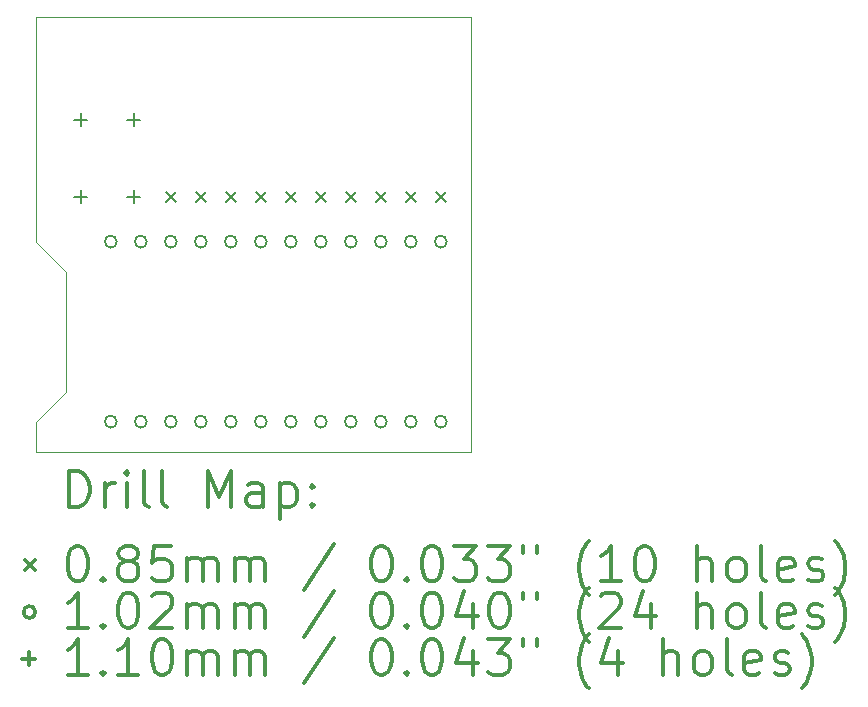
<source format=gbr>
%FSLAX45Y45*%
G04 Gerber Fmt 4.5, Leading zero omitted, Abs format (unit mm)*
G04 Created by KiCad (PCBNEW 5.1.5+dfsg1-2build2) date 2021-01-23 00:34:51*
%MOMM*%
%LPD*%
G04 APERTURE LIST*
%TA.AperFunction,Profile*%
%ADD10C,0.050000*%
%TD*%
%ADD11C,0.200000*%
%ADD12C,0.300000*%
G04 APERTURE END LIST*
D10*
X14097000Y-10033000D02*
X14097000Y-11938000D01*
X17780000Y-10033000D02*
X14097000Y-10033000D01*
X17780000Y-13716000D02*
X17780000Y-10033000D01*
X14097000Y-13716000D02*
X17780000Y-13716000D01*
X14097000Y-13462000D02*
X14097000Y-13716000D01*
X14351000Y-13208000D02*
X14097000Y-13462000D01*
X14351000Y-12192000D02*
X14351000Y-13208000D01*
X14097000Y-11938000D02*
X14351000Y-12192000D01*
D11*
X15197500Y-11514500D02*
X15282500Y-11599500D01*
X15282500Y-11514500D02*
X15197500Y-11599500D01*
X15451500Y-11514500D02*
X15536500Y-11599500D01*
X15536500Y-11514500D02*
X15451500Y-11599500D01*
X15705500Y-11514500D02*
X15790500Y-11599500D01*
X15790500Y-11514500D02*
X15705500Y-11599500D01*
X15959500Y-11514500D02*
X16044500Y-11599500D01*
X16044500Y-11514500D02*
X15959500Y-11599500D01*
X16213500Y-11514500D02*
X16298500Y-11599500D01*
X16298500Y-11514500D02*
X16213500Y-11599500D01*
X16467500Y-11514500D02*
X16552500Y-11599500D01*
X16552500Y-11514500D02*
X16467500Y-11599500D01*
X16721500Y-11514500D02*
X16806500Y-11599500D01*
X16806500Y-11514500D02*
X16721500Y-11599500D01*
X16975500Y-11514500D02*
X17060500Y-11599500D01*
X17060500Y-11514500D02*
X16975500Y-11599500D01*
X17229500Y-11514500D02*
X17314500Y-11599500D01*
X17314500Y-11514500D02*
X17229500Y-11599500D01*
X17483500Y-11514500D02*
X17568500Y-11599500D01*
X17568500Y-11514500D02*
X17483500Y-11599500D01*
X14782800Y-11938000D02*
G75*
G03X14782800Y-11938000I-50800J0D01*
G01*
X14782800Y-13462000D02*
G75*
G03X14782800Y-13462000I-50800J0D01*
G01*
X15036800Y-11938000D02*
G75*
G03X15036800Y-11938000I-50800J0D01*
G01*
X15036800Y-13462000D02*
G75*
G03X15036800Y-13462000I-50800J0D01*
G01*
X15290800Y-11938000D02*
G75*
G03X15290800Y-11938000I-50800J0D01*
G01*
X15290800Y-13462000D02*
G75*
G03X15290800Y-13462000I-50800J0D01*
G01*
X15544800Y-11938000D02*
G75*
G03X15544800Y-11938000I-50800J0D01*
G01*
X15544800Y-13462000D02*
G75*
G03X15544800Y-13462000I-50800J0D01*
G01*
X15798800Y-11938000D02*
G75*
G03X15798800Y-11938000I-50800J0D01*
G01*
X15798800Y-13462000D02*
G75*
G03X15798800Y-13462000I-50800J0D01*
G01*
X16052800Y-11938000D02*
G75*
G03X16052800Y-11938000I-50800J0D01*
G01*
X16052800Y-13462000D02*
G75*
G03X16052800Y-13462000I-50800J0D01*
G01*
X16306800Y-11938000D02*
G75*
G03X16306800Y-11938000I-50800J0D01*
G01*
X16306800Y-13462000D02*
G75*
G03X16306800Y-13462000I-50800J0D01*
G01*
X16560800Y-11938000D02*
G75*
G03X16560800Y-11938000I-50800J0D01*
G01*
X16560800Y-13462000D02*
G75*
G03X16560800Y-13462000I-50800J0D01*
G01*
X16814800Y-11938000D02*
G75*
G03X16814800Y-11938000I-50800J0D01*
G01*
X16814800Y-13462000D02*
G75*
G03X16814800Y-13462000I-50800J0D01*
G01*
X17068800Y-11938000D02*
G75*
G03X17068800Y-11938000I-50800J0D01*
G01*
X17068800Y-13462000D02*
G75*
G03X17068800Y-13462000I-50800J0D01*
G01*
X17322800Y-11938000D02*
G75*
G03X17322800Y-11938000I-50800J0D01*
G01*
X17322800Y-13462000D02*
G75*
G03X17322800Y-13462000I-50800J0D01*
G01*
X17576800Y-11938000D02*
G75*
G03X17576800Y-11938000I-50800J0D01*
G01*
X17576800Y-13462000D02*
G75*
G03X17576800Y-13462000I-50800J0D01*
G01*
X14478000Y-10852000D02*
X14478000Y-10962000D01*
X14423000Y-10907000D02*
X14533000Y-10907000D01*
X14478000Y-11502000D02*
X14478000Y-11612000D01*
X14423000Y-11557000D02*
X14533000Y-11557000D01*
X14928000Y-10852000D02*
X14928000Y-10962000D01*
X14873000Y-10907000D02*
X14983000Y-10907000D01*
X14928000Y-11502000D02*
X14928000Y-11612000D01*
X14873000Y-11557000D02*
X14983000Y-11557000D01*
D12*
X14380928Y-14184214D02*
X14380928Y-13884214D01*
X14452357Y-13884214D01*
X14495214Y-13898500D01*
X14523786Y-13927071D01*
X14538071Y-13955643D01*
X14552357Y-14012786D01*
X14552357Y-14055643D01*
X14538071Y-14112786D01*
X14523786Y-14141357D01*
X14495214Y-14169929D01*
X14452357Y-14184214D01*
X14380928Y-14184214D01*
X14680928Y-14184214D02*
X14680928Y-13984214D01*
X14680928Y-14041357D02*
X14695214Y-14012786D01*
X14709500Y-13998500D01*
X14738071Y-13984214D01*
X14766643Y-13984214D01*
X14866643Y-14184214D02*
X14866643Y-13984214D01*
X14866643Y-13884214D02*
X14852357Y-13898500D01*
X14866643Y-13912786D01*
X14880928Y-13898500D01*
X14866643Y-13884214D01*
X14866643Y-13912786D01*
X15052357Y-14184214D02*
X15023786Y-14169929D01*
X15009500Y-14141357D01*
X15009500Y-13884214D01*
X15209500Y-14184214D02*
X15180928Y-14169929D01*
X15166643Y-14141357D01*
X15166643Y-13884214D01*
X15552357Y-14184214D02*
X15552357Y-13884214D01*
X15652357Y-14098500D01*
X15752357Y-13884214D01*
X15752357Y-14184214D01*
X16023786Y-14184214D02*
X16023786Y-14027071D01*
X16009500Y-13998500D01*
X15980928Y-13984214D01*
X15923786Y-13984214D01*
X15895214Y-13998500D01*
X16023786Y-14169929D02*
X15995214Y-14184214D01*
X15923786Y-14184214D01*
X15895214Y-14169929D01*
X15880928Y-14141357D01*
X15880928Y-14112786D01*
X15895214Y-14084214D01*
X15923786Y-14069929D01*
X15995214Y-14069929D01*
X16023786Y-14055643D01*
X16166643Y-13984214D02*
X16166643Y-14284214D01*
X16166643Y-13998500D02*
X16195214Y-13984214D01*
X16252357Y-13984214D01*
X16280928Y-13998500D01*
X16295214Y-14012786D01*
X16309500Y-14041357D01*
X16309500Y-14127071D01*
X16295214Y-14155643D01*
X16280928Y-14169929D01*
X16252357Y-14184214D01*
X16195214Y-14184214D01*
X16166643Y-14169929D01*
X16438071Y-14155643D02*
X16452357Y-14169929D01*
X16438071Y-14184214D01*
X16423786Y-14169929D01*
X16438071Y-14155643D01*
X16438071Y-14184214D01*
X16438071Y-13998500D02*
X16452357Y-14012786D01*
X16438071Y-14027071D01*
X16423786Y-14012786D01*
X16438071Y-13998500D01*
X16438071Y-14027071D01*
X14009500Y-14636000D02*
X14094500Y-14721000D01*
X14094500Y-14636000D02*
X14009500Y-14721000D01*
X14438071Y-14514214D02*
X14466643Y-14514214D01*
X14495214Y-14528500D01*
X14509500Y-14542786D01*
X14523786Y-14571357D01*
X14538071Y-14628500D01*
X14538071Y-14699929D01*
X14523786Y-14757071D01*
X14509500Y-14785643D01*
X14495214Y-14799929D01*
X14466643Y-14814214D01*
X14438071Y-14814214D01*
X14409500Y-14799929D01*
X14395214Y-14785643D01*
X14380928Y-14757071D01*
X14366643Y-14699929D01*
X14366643Y-14628500D01*
X14380928Y-14571357D01*
X14395214Y-14542786D01*
X14409500Y-14528500D01*
X14438071Y-14514214D01*
X14666643Y-14785643D02*
X14680928Y-14799929D01*
X14666643Y-14814214D01*
X14652357Y-14799929D01*
X14666643Y-14785643D01*
X14666643Y-14814214D01*
X14852357Y-14642786D02*
X14823786Y-14628500D01*
X14809500Y-14614214D01*
X14795214Y-14585643D01*
X14795214Y-14571357D01*
X14809500Y-14542786D01*
X14823786Y-14528500D01*
X14852357Y-14514214D01*
X14909500Y-14514214D01*
X14938071Y-14528500D01*
X14952357Y-14542786D01*
X14966643Y-14571357D01*
X14966643Y-14585643D01*
X14952357Y-14614214D01*
X14938071Y-14628500D01*
X14909500Y-14642786D01*
X14852357Y-14642786D01*
X14823786Y-14657071D01*
X14809500Y-14671357D01*
X14795214Y-14699929D01*
X14795214Y-14757071D01*
X14809500Y-14785643D01*
X14823786Y-14799929D01*
X14852357Y-14814214D01*
X14909500Y-14814214D01*
X14938071Y-14799929D01*
X14952357Y-14785643D01*
X14966643Y-14757071D01*
X14966643Y-14699929D01*
X14952357Y-14671357D01*
X14938071Y-14657071D01*
X14909500Y-14642786D01*
X15238071Y-14514214D02*
X15095214Y-14514214D01*
X15080928Y-14657071D01*
X15095214Y-14642786D01*
X15123786Y-14628500D01*
X15195214Y-14628500D01*
X15223786Y-14642786D01*
X15238071Y-14657071D01*
X15252357Y-14685643D01*
X15252357Y-14757071D01*
X15238071Y-14785643D01*
X15223786Y-14799929D01*
X15195214Y-14814214D01*
X15123786Y-14814214D01*
X15095214Y-14799929D01*
X15080928Y-14785643D01*
X15380928Y-14814214D02*
X15380928Y-14614214D01*
X15380928Y-14642786D02*
X15395214Y-14628500D01*
X15423786Y-14614214D01*
X15466643Y-14614214D01*
X15495214Y-14628500D01*
X15509500Y-14657071D01*
X15509500Y-14814214D01*
X15509500Y-14657071D02*
X15523786Y-14628500D01*
X15552357Y-14614214D01*
X15595214Y-14614214D01*
X15623786Y-14628500D01*
X15638071Y-14657071D01*
X15638071Y-14814214D01*
X15780928Y-14814214D02*
X15780928Y-14614214D01*
X15780928Y-14642786D02*
X15795214Y-14628500D01*
X15823786Y-14614214D01*
X15866643Y-14614214D01*
X15895214Y-14628500D01*
X15909500Y-14657071D01*
X15909500Y-14814214D01*
X15909500Y-14657071D02*
X15923786Y-14628500D01*
X15952357Y-14614214D01*
X15995214Y-14614214D01*
X16023786Y-14628500D01*
X16038071Y-14657071D01*
X16038071Y-14814214D01*
X16623786Y-14499929D02*
X16366643Y-14885643D01*
X17009500Y-14514214D02*
X17038071Y-14514214D01*
X17066643Y-14528500D01*
X17080928Y-14542786D01*
X17095214Y-14571357D01*
X17109500Y-14628500D01*
X17109500Y-14699929D01*
X17095214Y-14757071D01*
X17080928Y-14785643D01*
X17066643Y-14799929D01*
X17038071Y-14814214D01*
X17009500Y-14814214D01*
X16980928Y-14799929D01*
X16966643Y-14785643D01*
X16952357Y-14757071D01*
X16938071Y-14699929D01*
X16938071Y-14628500D01*
X16952357Y-14571357D01*
X16966643Y-14542786D01*
X16980928Y-14528500D01*
X17009500Y-14514214D01*
X17238071Y-14785643D02*
X17252357Y-14799929D01*
X17238071Y-14814214D01*
X17223786Y-14799929D01*
X17238071Y-14785643D01*
X17238071Y-14814214D01*
X17438071Y-14514214D02*
X17466643Y-14514214D01*
X17495214Y-14528500D01*
X17509500Y-14542786D01*
X17523786Y-14571357D01*
X17538071Y-14628500D01*
X17538071Y-14699929D01*
X17523786Y-14757071D01*
X17509500Y-14785643D01*
X17495214Y-14799929D01*
X17466643Y-14814214D01*
X17438071Y-14814214D01*
X17409500Y-14799929D01*
X17395214Y-14785643D01*
X17380928Y-14757071D01*
X17366643Y-14699929D01*
X17366643Y-14628500D01*
X17380928Y-14571357D01*
X17395214Y-14542786D01*
X17409500Y-14528500D01*
X17438071Y-14514214D01*
X17638071Y-14514214D02*
X17823786Y-14514214D01*
X17723786Y-14628500D01*
X17766643Y-14628500D01*
X17795214Y-14642786D01*
X17809500Y-14657071D01*
X17823786Y-14685643D01*
X17823786Y-14757071D01*
X17809500Y-14785643D01*
X17795214Y-14799929D01*
X17766643Y-14814214D01*
X17680928Y-14814214D01*
X17652357Y-14799929D01*
X17638071Y-14785643D01*
X17923786Y-14514214D02*
X18109500Y-14514214D01*
X18009500Y-14628500D01*
X18052357Y-14628500D01*
X18080928Y-14642786D01*
X18095214Y-14657071D01*
X18109500Y-14685643D01*
X18109500Y-14757071D01*
X18095214Y-14785643D01*
X18080928Y-14799929D01*
X18052357Y-14814214D01*
X17966643Y-14814214D01*
X17938071Y-14799929D01*
X17923786Y-14785643D01*
X18223786Y-14514214D02*
X18223786Y-14571357D01*
X18338071Y-14514214D02*
X18338071Y-14571357D01*
X18780928Y-14928500D02*
X18766643Y-14914214D01*
X18738071Y-14871357D01*
X18723786Y-14842786D01*
X18709500Y-14799929D01*
X18695214Y-14728500D01*
X18695214Y-14671357D01*
X18709500Y-14599929D01*
X18723786Y-14557071D01*
X18738071Y-14528500D01*
X18766643Y-14485643D01*
X18780928Y-14471357D01*
X19052357Y-14814214D02*
X18880928Y-14814214D01*
X18966643Y-14814214D02*
X18966643Y-14514214D01*
X18938071Y-14557071D01*
X18909500Y-14585643D01*
X18880928Y-14599929D01*
X19238071Y-14514214D02*
X19266643Y-14514214D01*
X19295214Y-14528500D01*
X19309500Y-14542786D01*
X19323786Y-14571357D01*
X19338071Y-14628500D01*
X19338071Y-14699929D01*
X19323786Y-14757071D01*
X19309500Y-14785643D01*
X19295214Y-14799929D01*
X19266643Y-14814214D01*
X19238071Y-14814214D01*
X19209500Y-14799929D01*
X19195214Y-14785643D01*
X19180928Y-14757071D01*
X19166643Y-14699929D01*
X19166643Y-14628500D01*
X19180928Y-14571357D01*
X19195214Y-14542786D01*
X19209500Y-14528500D01*
X19238071Y-14514214D01*
X19695214Y-14814214D02*
X19695214Y-14514214D01*
X19823786Y-14814214D02*
X19823786Y-14657071D01*
X19809500Y-14628500D01*
X19780928Y-14614214D01*
X19738071Y-14614214D01*
X19709500Y-14628500D01*
X19695214Y-14642786D01*
X20009500Y-14814214D02*
X19980928Y-14799929D01*
X19966643Y-14785643D01*
X19952357Y-14757071D01*
X19952357Y-14671357D01*
X19966643Y-14642786D01*
X19980928Y-14628500D01*
X20009500Y-14614214D01*
X20052357Y-14614214D01*
X20080928Y-14628500D01*
X20095214Y-14642786D01*
X20109500Y-14671357D01*
X20109500Y-14757071D01*
X20095214Y-14785643D01*
X20080928Y-14799929D01*
X20052357Y-14814214D01*
X20009500Y-14814214D01*
X20280928Y-14814214D02*
X20252357Y-14799929D01*
X20238071Y-14771357D01*
X20238071Y-14514214D01*
X20509500Y-14799929D02*
X20480928Y-14814214D01*
X20423786Y-14814214D01*
X20395214Y-14799929D01*
X20380928Y-14771357D01*
X20380928Y-14657071D01*
X20395214Y-14628500D01*
X20423786Y-14614214D01*
X20480928Y-14614214D01*
X20509500Y-14628500D01*
X20523786Y-14657071D01*
X20523786Y-14685643D01*
X20380928Y-14714214D01*
X20638071Y-14799929D02*
X20666643Y-14814214D01*
X20723786Y-14814214D01*
X20752357Y-14799929D01*
X20766643Y-14771357D01*
X20766643Y-14757071D01*
X20752357Y-14728500D01*
X20723786Y-14714214D01*
X20680928Y-14714214D01*
X20652357Y-14699929D01*
X20638071Y-14671357D01*
X20638071Y-14657071D01*
X20652357Y-14628500D01*
X20680928Y-14614214D01*
X20723786Y-14614214D01*
X20752357Y-14628500D01*
X20866643Y-14928500D02*
X20880928Y-14914214D01*
X20909500Y-14871357D01*
X20923786Y-14842786D01*
X20938071Y-14799929D01*
X20952357Y-14728500D01*
X20952357Y-14671357D01*
X20938071Y-14599929D01*
X20923786Y-14557071D01*
X20909500Y-14528500D01*
X20880928Y-14485643D01*
X20866643Y-14471357D01*
X14094500Y-15074500D02*
G75*
G03X14094500Y-15074500I-50800J0D01*
G01*
X14538071Y-15210214D02*
X14366643Y-15210214D01*
X14452357Y-15210214D02*
X14452357Y-14910214D01*
X14423786Y-14953071D01*
X14395214Y-14981643D01*
X14366643Y-14995929D01*
X14666643Y-15181643D02*
X14680928Y-15195929D01*
X14666643Y-15210214D01*
X14652357Y-15195929D01*
X14666643Y-15181643D01*
X14666643Y-15210214D01*
X14866643Y-14910214D02*
X14895214Y-14910214D01*
X14923786Y-14924500D01*
X14938071Y-14938786D01*
X14952357Y-14967357D01*
X14966643Y-15024500D01*
X14966643Y-15095929D01*
X14952357Y-15153071D01*
X14938071Y-15181643D01*
X14923786Y-15195929D01*
X14895214Y-15210214D01*
X14866643Y-15210214D01*
X14838071Y-15195929D01*
X14823786Y-15181643D01*
X14809500Y-15153071D01*
X14795214Y-15095929D01*
X14795214Y-15024500D01*
X14809500Y-14967357D01*
X14823786Y-14938786D01*
X14838071Y-14924500D01*
X14866643Y-14910214D01*
X15080928Y-14938786D02*
X15095214Y-14924500D01*
X15123786Y-14910214D01*
X15195214Y-14910214D01*
X15223786Y-14924500D01*
X15238071Y-14938786D01*
X15252357Y-14967357D01*
X15252357Y-14995929D01*
X15238071Y-15038786D01*
X15066643Y-15210214D01*
X15252357Y-15210214D01*
X15380928Y-15210214D02*
X15380928Y-15010214D01*
X15380928Y-15038786D02*
X15395214Y-15024500D01*
X15423786Y-15010214D01*
X15466643Y-15010214D01*
X15495214Y-15024500D01*
X15509500Y-15053071D01*
X15509500Y-15210214D01*
X15509500Y-15053071D02*
X15523786Y-15024500D01*
X15552357Y-15010214D01*
X15595214Y-15010214D01*
X15623786Y-15024500D01*
X15638071Y-15053071D01*
X15638071Y-15210214D01*
X15780928Y-15210214D02*
X15780928Y-15010214D01*
X15780928Y-15038786D02*
X15795214Y-15024500D01*
X15823786Y-15010214D01*
X15866643Y-15010214D01*
X15895214Y-15024500D01*
X15909500Y-15053071D01*
X15909500Y-15210214D01*
X15909500Y-15053071D02*
X15923786Y-15024500D01*
X15952357Y-15010214D01*
X15995214Y-15010214D01*
X16023786Y-15024500D01*
X16038071Y-15053071D01*
X16038071Y-15210214D01*
X16623786Y-14895929D02*
X16366643Y-15281643D01*
X17009500Y-14910214D02*
X17038071Y-14910214D01*
X17066643Y-14924500D01*
X17080928Y-14938786D01*
X17095214Y-14967357D01*
X17109500Y-15024500D01*
X17109500Y-15095929D01*
X17095214Y-15153071D01*
X17080928Y-15181643D01*
X17066643Y-15195929D01*
X17038071Y-15210214D01*
X17009500Y-15210214D01*
X16980928Y-15195929D01*
X16966643Y-15181643D01*
X16952357Y-15153071D01*
X16938071Y-15095929D01*
X16938071Y-15024500D01*
X16952357Y-14967357D01*
X16966643Y-14938786D01*
X16980928Y-14924500D01*
X17009500Y-14910214D01*
X17238071Y-15181643D02*
X17252357Y-15195929D01*
X17238071Y-15210214D01*
X17223786Y-15195929D01*
X17238071Y-15181643D01*
X17238071Y-15210214D01*
X17438071Y-14910214D02*
X17466643Y-14910214D01*
X17495214Y-14924500D01*
X17509500Y-14938786D01*
X17523786Y-14967357D01*
X17538071Y-15024500D01*
X17538071Y-15095929D01*
X17523786Y-15153071D01*
X17509500Y-15181643D01*
X17495214Y-15195929D01*
X17466643Y-15210214D01*
X17438071Y-15210214D01*
X17409500Y-15195929D01*
X17395214Y-15181643D01*
X17380928Y-15153071D01*
X17366643Y-15095929D01*
X17366643Y-15024500D01*
X17380928Y-14967357D01*
X17395214Y-14938786D01*
X17409500Y-14924500D01*
X17438071Y-14910214D01*
X17795214Y-15010214D02*
X17795214Y-15210214D01*
X17723786Y-14895929D02*
X17652357Y-15110214D01*
X17838071Y-15110214D01*
X18009500Y-14910214D02*
X18038071Y-14910214D01*
X18066643Y-14924500D01*
X18080928Y-14938786D01*
X18095214Y-14967357D01*
X18109500Y-15024500D01*
X18109500Y-15095929D01*
X18095214Y-15153071D01*
X18080928Y-15181643D01*
X18066643Y-15195929D01*
X18038071Y-15210214D01*
X18009500Y-15210214D01*
X17980928Y-15195929D01*
X17966643Y-15181643D01*
X17952357Y-15153071D01*
X17938071Y-15095929D01*
X17938071Y-15024500D01*
X17952357Y-14967357D01*
X17966643Y-14938786D01*
X17980928Y-14924500D01*
X18009500Y-14910214D01*
X18223786Y-14910214D02*
X18223786Y-14967357D01*
X18338071Y-14910214D02*
X18338071Y-14967357D01*
X18780928Y-15324500D02*
X18766643Y-15310214D01*
X18738071Y-15267357D01*
X18723786Y-15238786D01*
X18709500Y-15195929D01*
X18695214Y-15124500D01*
X18695214Y-15067357D01*
X18709500Y-14995929D01*
X18723786Y-14953071D01*
X18738071Y-14924500D01*
X18766643Y-14881643D01*
X18780928Y-14867357D01*
X18880928Y-14938786D02*
X18895214Y-14924500D01*
X18923786Y-14910214D01*
X18995214Y-14910214D01*
X19023786Y-14924500D01*
X19038071Y-14938786D01*
X19052357Y-14967357D01*
X19052357Y-14995929D01*
X19038071Y-15038786D01*
X18866643Y-15210214D01*
X19052357Y-15210214D01*
X19309500Y-15010214D02*
X19309500Y-15210214D01*
X19238071Y-14895929D02*
X19166643Y-15110214D01*
X19352357Y-15110214D01*
X19695214Y-15210214D02*
X19695214Y-14910214D01*
X19823786Y-15210214D02*
X19823786Y-15053071D01*
X19809500Y-15024500D01*
X19780928Y-15010214D01*
X19738071Y-15010214D01*
X19709500Y-15024500D01*
X19695214Y-15038786D01*
X20009500Y-15210214D02*
X19980928Y-15195929D01*
X19966643Y-15181643D01*
X19952357Y-15153071D01*
X19952357Y-15067357D01*
X19966643Y-15038786D01*
X19980928Y-15024500D01*
X20009500Y-15010214D01*
X20052357Y-15010214D01*
X20080928Y-15024500D01*
X20095214Y-15038786D01*
X20109500Y-15067357D01*
X20109500Y-15153071D01*
X20095214Y-15181643D01*
X20080928Y-15195929D01*
X20052357Y-15210214D01*
X20009500Y-15210214D01*
X20280928Y-15210214D02*
X20252357Y-15195929D01*
X20238071Y-15167357D01*
X20238071Y-14910214D01*
X20509500Y-15195929D02*
X20480928Y-15210214D01*
X20423786Y-15210214D01*
X20395214Y-15195929D01*
X20380928Y-15167357D01*
X20380928Y-15053071D01*
X20395214Y-15024500D01*
X20423786Y-15010214D01*
X20480928Y-15010214D01*
X20509500Y-15024500D01*
X20523786Y-15053071D01*
X20523786Y-15081643D01*
X20380928Y-15110214D01*
X20638071Y-15195929D02*
X20666643Y-15210214D01*
X20723786Y-15210214D01*
X20752357Y-15195929D01*
X20766643Y-15167357D01*
X20766643Y-15153071D01*
X20752357Y-15124500D01*
X20723786Y-15110214D01*
X20680928Y-15110214D01*
X20652357Y-15095929D01*
X20638071Y-15067357D01*
X20638071Y-15053071D01*
X20652357Y-15024500D01*
X20680928Y-15010214D01*
X20723786Y-15010214D01*
X20752357Y-15024500D01*
X20866643Y-15324500D02*
X20880928Y-15310214D01*
X20909500Y-15267357D01*
X20923786Y-15238786D01*
X20938071Y-15195929D01*
X20952357Y-15124500D01*
X20952357Y-15067357D01*
X20938071Y-14995929D01*
X20923786Y-14953071D01*
X20909500Y-14924500D01*
X20880928Y-14881643D01*
X20866643Y-14867357D01*
X14039500Y-15415500D02*
X14039500Y-15525500D01*
X13984500Y-15470500D02*
X14094500Y-15470500D01*
X14538071Y-15606214D02*
X14366643Y-15606214D01*
X14452357Y-15606214D02*
X14452357Y-15306214D01*
X14423786Y-15349071D01*
X14395214Y-15377643D01*
X14366643Y-15391929D01*
X14666643Y-15577643D02*
X14680928Y-15591929D01*
X14666643Y-15606214D01*
X14652357Y-15591929D01*
X14666643Y-15577643D01*
X14666643Y-15606214D01*
X14966643Y-15606214D02*
X14795214Y-15606214D01*
X14880928Y-15606214D02*
X14880928Y-15306214D01*
X14852357Y-15349071D01*
X14823786Y-15377643D01*
X14795214Y-15391929D01*
X15152357Y-15306214D02*
X15180928Y-15306214D01*
X15209500Y-15320500D01*
X15223786Y-15334786D01*
X15238071Y-15363357D01*
X15252357Y-15420500D01*
X15252357Y-15491929D01*
X15238071Y-15549071D01*
X15223786Y-15577643D01*
X15209500Y-15591929D01*
X15180928Y-15606214D01*
X15152357Y-15606214D01*
X15123786Y-15591929D01*
X15109500Y-15577643D01*
X15095214Y-15549071D01*
X15080928Y-15491929D01*
X15080928Y-15420500D01*
X15095214Y-15363357D01*
X15109500Y-15334786D01*
X15123786Y-15320500D01*
X15152357Y-15306214D01*
X15380928Y-15606214D02*
X15380928Y-15406214D01*
X15380928Y-15434786D02*
X15395214Y-15420500D01*
X15423786Y-15406214D01*
X15466643Y-15406214D01*
X15495214Y-15420500D01*
X15509500Y-15449071D01*
X15509500Y-15606214D01*
X15509500Y-15449071D02*
X15523786Y-15420500D01*
X15552357Y-15406214D01*
X15595214Y-15406214D01*
X15623786Y-15420500D01*
X15638071Y-15449071D01*
X15638071Y-15606214D01*
X15780928Y-15606214D02*
X15780928Y-15406214D01*
X15780928Y-15434786D02*
X15795214Y-15420500D01*
X15823786Y-15406214D01*
X15866643Y-15406214D01*
X15895214Y-15420500D01*
X15909500Y-15449071D01*
X15909500Y-15606214D01*
X15909500Y-15449071D02*
X15923786Y-15420500D01*
X15952357Y-15406214D01*
X15995214Y-15406214D01*
X16023786Y-15420500D01*
X16038071Y-15449071D01*
X16038071Y-15606214D01*
X16623786Y-15291929D02*
X16366643Y-15677643D01*
X17009500Y-15306214D02*
X17038071Y-15306214D01*
X17066643Y-15320500D01*
X17080928Y-15334786D01*
X17095214Y-15363357D01*
X17109500Y-15420500D01*
X17109500Y-15491929D01*
X17095214Y-15549071D01*
X17080928Y-15577643D01*
X17066643Y-15591929D01*
X17038071Y-15606214D01*
X17009500Y-15606214D01*
X16980928Y-15591929D01*
X16966643Y-15577643D01*
X16952357Y-15549071D01*
X16938071Y-15491929D01*
X16938071Y-15420500D01*
X16952357Y-15363357D01*
X16966643Y-15334786D01*
X16980928Y-15320500D01*
X17009500Y-15306214D01*
X17238071Y-15577643D02*
X17252357Y-15591929D01*
X17238071Y-15606214D01*
X17223786Y-15591929D01*
X17238071Y-15577643D01*
X17238071Y-15606214D01*
X17438071Y-15306214D02*
X17466643Y-15306214D01*
X17495214Y-15320500D01*
X17509500Y-15334786D01*
X17523786Y-15363357D01*
X17538071Y-15420500D01*
X17538071Y-15491929D01*
X17523786Y-15549071D01*
X17509500Y-15577643D01*
X17495214Y-15591929D01*
X17466643Y-15606214D01*
X17438071Y-15606214D01*
X17409500Y-15591929D01*
X17395214Y-15577643D01*
X17380928Y-15549071D01*
X17366643Y-15491929D01*
X17366643Y-15420500D01*
X17380928Y-15363357D01*
X17395214Y-15334786D01*
X17409500Y-15320500D01*
X17438071Y-15306214D01*
X17795214Y-15406214D02*
X17795214Y-15606214D01*
X17723786Y-15291929D02*
X17652357Y-15506214D01*
X17838071Y-15506214D01*
X17923786Y-15306214D02*
X18109500Y-15306214D01*
X18009500Y-15420500D01*
X18052357Y-15420500D01*
X18080928Y-15434786D01*
X18095214Y-15449071D01*
X18109500Y-15477643D01*
X18109500Y-15549071D01*
X18095214Y-15577643D01*
X18080928Y-15591929D01*
X18052357Y-15606214D01*
X17966643Y-15606214D01*
X17938071Y-15591929D01*
X17923786Y-15577643D01*
X18223786Y-15306214D02*
X18223786Y-15363357D01*
X18338071Y-15306214D02*
X18338071Y-15363357D01*
X18780928Y-15720500D02*
X18766643Y-15706214D01*
X18738071Y-15663357D01*
X18723786Y-15634786D01*
X18709500Y-15591929D01*
X18695214Y-15520500D01*
X18695214Y-15463357D01*
X18709500Y-15391929D01*
X18723786Y-15349071D01*
X18738071Y-15320500D01*
X18766643Y-15277643D01*
X18780928Y-15263357D01*
X19023786Y-15406214D02*
X19023786Y-15606214D01*
X18952357Y-15291929D02*
X18880928Y-15506214D01*
X19066643Y-15506214D01*
X19409500Y-15606214D02*
X19409500Y-15306214D01*
X19538071Y-15606214D02*
X19538071Y-15449071D01*
X19523786Y-15420500D01*
X19495214Y-15406214D01*
X19452357Y-15406214D01*
X19423786Y-15420500D01*
X19409500Y-15434786D01*
X19723786Y-15606214D02*
X19695214Y-15591929D01*
X19680928Y-15577643D01*
X19666643Y-15549071D01*
X19666643Y-15463357D01*
X19680928Y-15434786D01*
X19695214Y-15420500D01*
X19723786Y-15406214D01*
X19766643Y-15406214D01*
X19795214Y-15420500D01*
X19809500Y-15434786D01*
X19823786Y-15463357D01*
X19823786Y-15549071D01*
X19809500Y-15577643D01*
X19795214Y-15591929D01*
X19766643Y-15606214D01*
X19723786Y-15606214D01*
X19995214Y-15606214D02*
X19966643Y-15591929D01*
X19952357Y-15563357D01*
X19952357Y-15306214D01*
X20223786Y-15591929D02*
X20195214Y-15606214D01*
X20138071Y-15606214D01*
X20109500Y-15591929D01*
X20095214Y-15563357D01*
X20095214Y-15449071D01*
X20109500Y-15420500D01*
X20138071Y-15406214D01*
X20195214Y-15406214D01*
X20223786Y-15420500D01*
X20238071Y-15449071D01*
X20238071Y-15477643D01*
X20095214Y-15506214D01*
X20352357Y-15591929D02*
X20380928Y-15606214D01*
X20438071Y-15606214D01*
X20466643Y-15591929D01*
X20480928Y-15563357D01*
X20480928Y-15549071D01*
X20466643Y-15520500D01*
X20438071Y-15506214D01*
X20395214Y-15506214D01*
X20366643Y-15491929D01*
X20352357Y-15463357D01*
X20352357Y-15449071D01*
X20366643Y-15420500D01*
X20395214Y-15406214D01*
X20438071Y-15406214D01*
X20466643Y-15420500D01*
X20580928Y-15720500D02*
X20595214Y-15706214D01*
X20623786Y-15663357D01*
X20638071Y-15634786D01*
X20652357Y-15591929D01*
X20666643Y-15520500D01*
X20666643Y-15463357D01*
X20652357Y-15391929D01*
X20638071Y-15349071D01*
X20623786Y-15320500D01*
X20595214Y-15277643D01*
X20580928Y-15263357D01*
M02*

</source>
